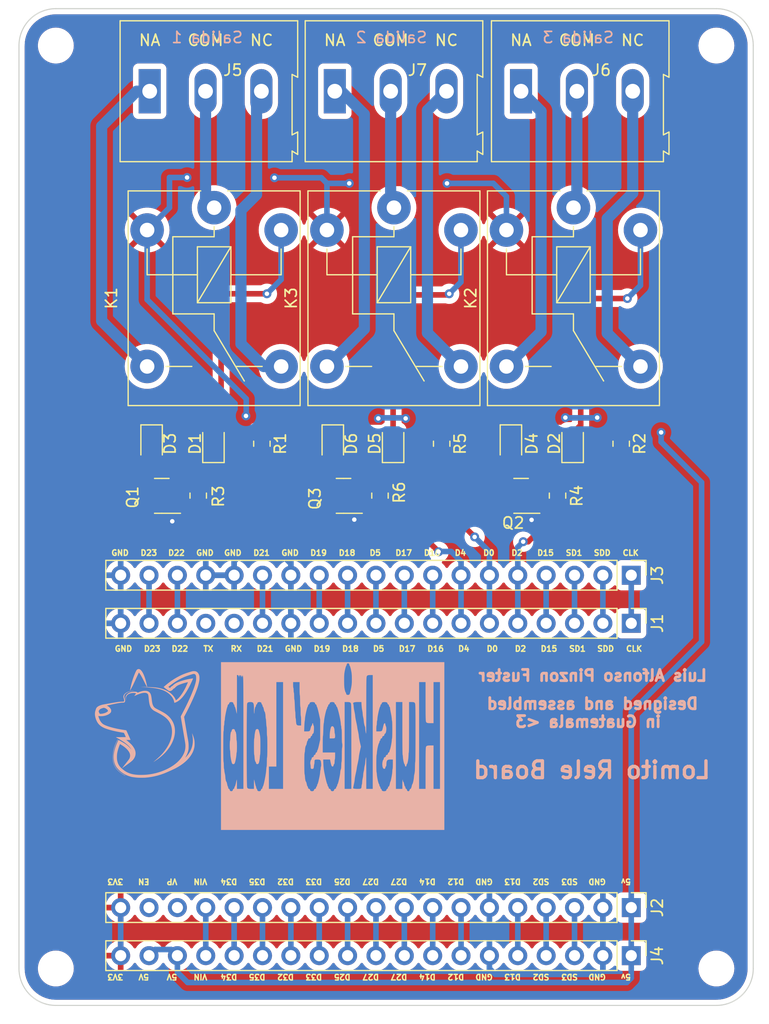
<source format=kicad_pcb>
(kicad_pcb (version 20211014) (generator pcbnew)
  (layers (0 "F.Cu" signal) (31 "B.Cu" power) (34 "B.Paste" user) (35 "F.Paste" user) (36 "B.SilkS" user "B.Silkscreen") (37 "F.SilkS" user "F.Silkscreen") (38 "B.Mask" user) (39 "F.Mask" user) (44 "Edge.Cuts" user))
  (net 0 "")
  (net 1 "+5V")
  (net 2 "Net-(D1-Pad2)")
  (net 3 "Net-(D2-Pad2)")
  (net 4 "Net-(D3-Pad2)")
  (net 5 "Net-(D4-Pad2)")
  (net 6 "Net-(D5-Pad2)")
  (net 7 "Net-(D6-Pad2)")
  (net 8 "/CLK")
  (net 9 "/SDD")
  (net 10 "/SD1")
  (net 11 "/D15")
  (net 12 "/D2")
  (net 13 "/D0")
  (net 14 "/D4")
  (net 15 "/D16")
  (net 16 "/D17")
  (net 17 "/D5")
  (net 18 "/D18")
  (net 19 "/D19")
  (net 20 "GND")
  (net 21 "/D21")
  (net 22 "/RX")
  (net 23 "/TX")
  (net 24 "/D22")
  (net 25 "/D23")
  (net 26 "/SD3")
  (net 27 "/SD2")
  (net 28 "/D13")
  (net 29 "/D12")
  (net 30 "/D14")
  (net 31 "/D27")
  (net 32 "/D26")
  (net 33 "/D25")
  (net 34 "/D33")
  (net 35 "/D32")
  (net 36 "/D35")
  (net 37 "/D34")
  (net 38 "/VIN")
  (net 39 "/VP")
  (net 40 "/EN")
  (net 41 "/NA")
  (net 42 "/COM")
  (net 43 "/NC")
  (net 44 "Net-(Q1-Pad2)")
  (net 45 "Net-(Q2-Pad2)")
  (net 46 "Net-(Q3-Pad2)")
  (net 47 "/NC2")
  (net 48 "/COM2")
  (net 49 "/NA2")
  (net 50 "/NC3")
  (net 51 "/COM3")
  (net 52 "/NA3")
  (net 53 "+3.3V")
  (footprint "TerminalBlock:TerminalBlock_Altech_AK300-3_P5.00mm" (layer "F.Cu") (at 122.205 64.085)
    (fp_text reference "J5" (at 7.445 -1.885) (layer "F.SilkS"))
    (fp_text value "Screw_Terminal_01x03" hide)
    (pad "1" thru_hole rect (at 0 0) (size 1.98 3.96) (drill 1.32) (layers *.Cu *.Mask) (net 41 "/NA"))
    (pad "2" thru_hole oval (at 5 0) (size 1.98 3.96) (drill 1.32) (layers *.Cu *.Mask) (net 42 "/COM"))
    (pad "3" thru_hole oval (at 10 0) (size 1.98 3.96) (drill 1.32) (layers *.Cu *.Mask) (net 43 "/NC"))
  )
  (footprint "Connector_PinHeader_2.54mm:PinHeader_1x19_P2.54mm_Vertical" (layer "F.Cu") (at 165.325 137.1 -90)
    (fp_text reference "J2" (at 0 -2.33 90) (layer "F.SilkS"))
    (fp_text value "Conn_01x19_Female" hide)
    (pad "1" thru_hole rect (at 0 0 270) (size 1.7 1.7) (drill 1) (layers *.Cu *.Mask) (net 1 "+5V"))
    (pad "2" thru_hole oval (at 0 2.54 270) (size 1.7 1.7) (drill 1) (layers *.Cu *.Mask) (net 20 "GND"))
    (pad "3" thru_hole oval (at 0 5.08 270) (size 1.7 1.7) (drill 1) (layers *.Cu *.Mask) (net 26 "/SD3"))
    (pad "4" thru_hole oval (at 0 7.62 270) (size 1.7 1.7) (drill 1) (layers *.Cu *.Mask) (net 27 "/SD2"))
    (pad "5" thru_hole oval (at 0 10.16 270) (size 1.7 1.7) (drill 1) (layers *.Cu *.Mask) (net 28 "/D13"))
    (pad "6" thru_hole oval (at 0 12.7 270) (size 1.7 1.7) (drill 1) (layers *.Cu *.Mask) (net 20 "GND"))
    (pad "7" thru_hole oval (at 0 15.24 270) (size 1.7 1.7) (drill 1) (layers *.Cu *.Mask) (net 29 "/D12"))
    (pad "8" thru_hole oval (at 0 17.78 270) (size 1.7 1.7) (drill 1) (layers *.Cu *.Mask) (net 30 "/D14"))
    (pad "9" thru_hole oval (at 0 20.32 270) (size 1.7 1.7) (drill 1) (layers *.Cu *.Mask) (net 31 "/D27"))
    (pad "10" thru_hole oval (at 0 22.86 270) (size 1.7 1.7) (drill 1) (layers *.Cu *.Mask) (net 32 "/D26"))
    (pad "11" thru_hole oval (at 0 25.4 270) (size 1.7 1.7) (drill 1) (layers *.Cu *.Mask) (net 33 "/D25"))
    (pad "12" thru_hole oval (at 0 27.94 270) (size 1.7 1.7) (drill 1) (layers *.Cu *.Mask) (net 34 "/D33"))
    (pad "13" thru_hole oval (at 0 30.48 270) (size 1.7 1.7) (drill 1) (layers *.Cu *.Mask) (net 35 "/D32"))
    (pad "14" thru_hole oval (at 0 33.02 270) (size 1.7 1.7) (drill 1) (layers *.Cu *.Mask) (net 36 "/D35"))
    (pad "15" thru_hole oval (at 0 35.56 270) (size 1.7 1.7) (drill 1) (layers *.Cu *.Mask) (net 37 "/D34"))
    (pad "16" thru_hole oval (at 0 38.1 270) (size 1.7 1.7) (drill 1) (layers *.Cu *.Mask) (net 38 "/VIN"))
    (pad "17" thru_hole oval (at 0 40.64 270) (size 1.7 1.7) (drill 1) (layers *.Cu *.Mask) (net 39 "/VP"))
    (pad "18" thru_hole oval (at 0 43.18 270) (size 1.7 1.7) (drill 1) (layers *.Cu *.Mask) (net 40 "/EN"))
    (pad "19" thru_hole oval (at 0 45.72 270) (size 1.7 1.7) (drill 1) (layers *.Cu *.Mask) (net 53 "+3.3V"))
  )
  (footprint "MountingHole:MountingHole_2.2mm_M2" (layer "F.Cu") (at 113.8 60)
    (fp_text reference "H1" hide)
    (fp_text value "MountingHole" hide)
    (pad "" np_thru_hole circle (at 0 0) (size 2.2 2.2) (drill 2.2) (layers *.Cu *.Mask))
  )
  (footprint "MountingHole:MountingHole_2.2mm_M2" (layer "F.Cu") (at 172.95 60)
    (fp_text reference "H2" hide)
    (fp_text value "MountingHole" hide)
    (pad "" np_thru_hole circle (at 0 0) (size 2.2 2.2) (drill 2.2) (layers *.Cu *.Mask))
  )
  (footprint "Resistor_SMD:R_0805_2012Metric" (layer "F.Cu") (at 164.425 95.6125 -90)
    (fp_text reference "R2" (at 0 -1.65 90) (layer "F.SilkS"))
    (fp_text value "330")
    (pad "1" smd roundrect (at -0.9125 0 270) (size 1.025 1.4) (layers "F.Cu" "F.Paste" "F.Mask") (roundrect_rratio 0.243902) (net 53 "+3.3V"))
    (pad "2" smd roundrect (at 0.9125 0 270) (size 1.025 1.4) (layers "F.Cu" "F.Paste" "F.Mask") (roundrect_rratio 0.243902) (net 5 "Net-(D4-Pad2)"))
  )
  (footprint "LED_SMD:LED_0805_2012Metric" (layer "F.Cu") (at 154.55 95.6125 -90)
    (fp_text reference "D4" (at 0 -1.875 90) (layer "F.SilkS"))
    (fp_text value "LED")
    (pad "1" smd roundrect (at -0.9375 0 270) (size 0.975 1.4) (layers "F.Cu" "F.Paste" "F.Mask") (net 3 "Net-(D2-Pad2)"))
    (pad "2" smd roundrect (at 0.9375 0 270) (size 0.975 1.4) (layers "F.Cu" "F.Paste" "F.Mask") (net 5 "Net-(D4-Pad2)"))
  )
  (footprint "Relay_THT:Relay_SPDT_Finder_36.11" (layer "F.Cu") (at 144.075 74.5 -90)
    (fp_text reference "K3" (at 8.1 9.2 90) (layer "F.SilkS"))
    (fp_text value "FINDER-36.11")
    (pad "11" thru_hole circle (at 0 0 270) (size 3 3) (drill 1.3) (layers *.Cu *.Mask) (net 51 "/COM3"))
    (pad "12" thru_hole circle (at 14.2 -6 270) (size 3 3) (drill 1.3) (layers *.Cu *.Mask) (net 50 "/NC3"))
    (pad "14" thru_hole circle (at 14.2 6 270) (size 3 3) (drill 1.3) (layers *.Cu *.Mask) (net 52 "/NA3"))
    (pad "A1" thru_hole circle (at 2 6 270) (size 3 3) (drill 1.3) (layers *.Cu *.Mask) (net 53 "+3.3V"))
    (pad "A2" thru_hole circle (at 2 -6 270) (size 3 3) (drill 1.3) (layers *.Cu *.Mask) (net 6 "Net-(D5-Pad2)"))
  )
  (footprint "Diode_SMD:D_0805_2012Metric" (layer "F.Cu") (at 160.075 95.6125 90)
    (fp_text reference "D2" (at 0 -1.65 90) (layer "F.SilkS"))
    (fp_text value "1N4001")
    (pad "1" smd roundrect (at -0.9375 0 90) (size 0.975 1.4) (layers "F.Cu" "F.Paste" "F.Mask") (net 53 "+3.3V"))
    (pad "2" smd roundrect (at 0.9375 0 90) (size 0.975 1.4) (layers "F.Cu" "F.Paste" "F.Mask") (net 3 "Net-(D2-Pad2)"))
  )
  (footprint "LED_SMD:LED_0805_2012Metric" (layer "F.Cu") (at 138.6 95.6125 -90)
    (fp_text reference "D6" (at 0 -1.65 90) (layer "F.SilkS"))
    (fp_text value "LED")
    (pad "1" smd roundrect (at -0.9375 0 270) (size 0.975 1.4) (layers "F.Cu" "F.Paste" "F.Mask") (net 6 "Net-(D5-Pad2)"))
    (pad "2" smd roundrect (at 0.9375 0 270) (size 0.975 1.4) (layers "F.Cu" "F.Paste" "F.Mask") (net 7 "Net-(D6-Pad2)"))
  )
  (footprint "Package_TO_SOT_SMD:SOT-23" (layer "F.Cu") (at 155.4625 100.275 180)
    (fp_text reference "Q2" (at 0.7125 -2.425) (layer "F.SilkS"))
    (fp_text value "2N3904")
    (pad "1" smd roundrect (at -0.9375 -0.95 180) (size 1.475 0.6) (layers "F.Cu" "F.Paste" "F.Mask") (net 20 "GND"))
    (pad "2" smd roundrect (at -0.9375 0.95 180) (size 1.475 0.6) (layers "F.Cu" "F.Paste" "F.Mask") (net 45 "Net-(Q2-Pad2)"))
    (pad "3" smd roundrect (at 0.9375 0 180) (size 1.475 0.6) (layers "F.Cu" "F.Paste" "F.Mask") (net 3 "Net-(D2-Pad2)"))
  )
  (footprint "Package_TO_SOT_SMD:SOT-23" (layer "F.Cu") (at 139.5625 100.275 180)
    (fp_text reference "Q3" (at 2.5625 -0.25 90) (layer "F.SilkS"))
    (fp_text value "2N3904")
    (pad "1" smd roundrect (at -0.9375 -0.95 180) (size 1.475 0.6) (layers "F.Cu" "F.Paste" "F.Mask") (net 20 "GND"))
    (pad "2" smd roundrect (at -0.9375 0.95 180) (size 1.475 0.6) (layers "F.Cu" "F.Paste" "F.Mask") (net 46 "Net-(Q3-Pad2)"))
    (pad "3" smd roundrect (at 0.9375 0 180) (size 1.475 0.6) (layers "F.Cu" "F.Paste" "F.Mask") (net 6 "Net-(D5-Pad2)"))
  )
  (footprint "Diode_SMD:D_0805_2012Metric" (layer "F.Cu") (at 144 95.6125 90)
    (fp_text reference "D5" (at 0 -1.65 90) (layer "F.SilkS"))
    (fp_text value "1N4001")
    (pad "1" smd roundrect (at -0.9375 0 90) (size 0.975 1.4) (layers "F.Cu" "F.Paste" "F.Mask") (net 53 "+3.3V"))
    (pad "2" smd roundrect (at 0.9375 0 90) (size 0.975 1.4) (layers "F.Cu" "F.Paste" "F.Mask") (net 6 "Net-(D5-Pad2)"))
  )
  (footprint "Resistor_SMD:R_0805_2012Metric" (layer "F.Cu") (at 148.35 95.6125 -90)
    (fp_text reference "R5" (at 0 -1.65 90) (layer "F.SilkS"))
    (fp_text value "330")
    (pad "1" smd roundrect (at -0.9125 0 270) (size 1.025 1.4) (layers "F.Cu" "F.Paste" "F.Mask") (roundrect_rratio 0.243902) (net 53 "+3.3V"))
    (pad "2" smd roundrect (at 0.9125 0 270) (size 1.025 1.4) (layers "F.Cu" "F.Paste" "F.Mask") (roundrect_rratio 0.243902) (net 7 "Net-(D6-Pad2)"))
  )
  (footprint "MountingHole:MountingHole_2.2mm_M2" (layer "F.Cu") (at 172.95 142.55)
    (fp_text reference "H4" hide)
    (fp_text value "MountingHole" hide)
    (pad "" np_thru_hole circle (at 0 0) (size 2.2 2.2) (drill 2.2) (layers *.Cu *.Mask))
  )
  (footprint "Relay_THT:Relay_SPDT_Finder_36.11" (layer "F.Cu") (at 127.975 74.5 -90)
    (fp_text reference "K1" (at 8.1 9.2 90) (layer "F.SilkS"))
    (fp_text value "FINDER-36.11")
    (pad "11" thru_hole circle (at 0 0 270) (size 3 3) (drill 1.3) (layers *.Cu *.Mask) (net 42 "/COM"))
    (pad "12" thru_hole circle (at 14.2 -6 270) (size 3 3) (drill 1.3) (layers *.Cu *.Mask) (net 43 "/NC"))
    (pad "14" thru_hole circle (at 14.2 6 270) (size 3 3) (drill 1.3) (layers *.Cu *.Mask) (net 41 "/NA"))
    (pad "A1" thru_hole circle (at 2 6 270) (size 3 3) (drill 1.3) (layers *.Cu *.Mask) (net 53 "+3.3V"))
    (pad "A2" thru_hole circle (at 2 -6 270) (size 3 3) (drill 1.3) (layers *.Cu *.Mask) (net 2 "Net-(D1-Pad2)"))
  )
  (footprint "Connector_PinHeader_2.54mm:PinHeader_1x19_P2.54mm_Vertical" (layer "F.Cu") (at 165.325 107.375 -90)
    (fp_text reference "J3" (at 0 -2.33 90) (layer "F.SilkS"))
    (fp_text value "Conn_01x19_Female" hide)
    (pad "1" thru_hole rect (at 0 0 270) (size 1.7 1.7) (drill 1) (layers *.Cu *.Mask) (net 8 "/CLK"))
    (pad "2" thru_hole oval (at 0 2.54 270) (size 1.7 1.7) (drill 1) (layers *.Cu *.Mask) (net 9 "/SDD"))
    (pad "3" thru_hole oval (at 0 5.08 270) (size 1.7 1.7) (drill 1) (layers *.Cu *.Mask) (net 10 "/SD1"))
    (pad "4" thru_hole oval (at 0 7.62 270) (size 1.7 1.7) (drill 1) (layers *.Cu *.Mask) (net 11 "/D15"))
    (pad "5" thru_hole oval (at 0 10.16 270) (size 1.7 1.7) (drill 1) (layers *.Cu *.Mask) (net 12 "/D2"))
    (pad "6" thru_hole oval (at 0 12.7 270) (size 1.7 1.7) (drill 1) (layers *.Cu *.Mask) (net 13 "/D0"))
    (pad "7" thru_hole oval (at 0 15.24 270) (size 1.7 1.7) (drill 1) (layers *.Cu *.Mask) (net 14 "/D4"))
    (pad "8" thru_hole oval (at 0 17.78 270) (size 1.7 1.7) (drill 1) (layers *.Cu *.Mask) (net 15 "/D16"))
    (pad "9" thru_hole oval (at 0 20.32 270) (size 1.7 1.7) (drill 1) (layers *.Cu *.Mask) (net 16 "/D17"))
    (pad "10" thru_hole oval (at 0 22.86 270) (size 1.7 1.7) (drill 1) (layers *.Cu *.Mask) (net 17 "/D5"))
    (pad "11" thru_hole oval (at 0 25.4 270) (size 1.7 1.7) (drill 1) (layers *.Cu *.Mask) (net 18 "/D18"))
    (pad "12" thru_hole oval (at 0 27.94 270) (size 1.7 1.7) (drill 1) (layers *.Cu *.Mask) (net 19 "/D19"))
    (pad "13" thru_hole oval (at 0 30.48 270) (size 1.7 1.7) (drill 1) (layers *.Cu *.Mask) (net 20 "GND"))
    (pad "14" thru_hole oval (at 0 33.02 270) (size 1.7 1.7) (drill 1) (layers *.Cu *.Mask) (net 21 "/D21"))
    (pad "15" thru_hole oval (at 0 35.56 270) (size 1.7 1.7) (drill 1) (layers *.Cu *.Mask) (net 20 "GND"))
    (pad "16" thru_hole oval (at 0 38.1 270) (size 1.7 1.7) (drill 1) (layers *.Cu *.Mask) (net 20 "GND"))
    (pad "17" thru_hole oval (at 0 40.64 270) (size 1.7 1.7) (drill 1) (layers *.Cu *.Mask) (net 24 "/D22"))
    (pad "18" thru_hole oval (at 0 43.18 270) (size 1.7 1.7) (drill 1) (layers *.Cu *.Mask) (net 25 "/D23"))
    (pad "19" thru_hole oval (at 0 45.72 270) (size 1.7 1.7) (drill 1) (layers *.Cu *.Mask) (net 20 "GND"))
  )
  (footprint "LED_SMD:LED_0805_2012Metric" (layer "F.Cu") (at 122.375 95.6125 -90)
    (fp_text reference "D3" (at 0 -1.65 90) (layer "F.SilkS"))
    (fp_text value "LED")
    (pad "1" smd roundrect (at -0.9375 0 270) (size 0.975 1.4) (layers "F.Cu" "F.Paste" "F.Mask") (net 2 "Net-(D1-Pad2)"))
    (pad "2" smd roundrect (at 0.9375 0 270) (size 0.975 1.4) (layers "F.Cu" "F.Paste" "F.Mask") (net 4 "Net-(D3-Pad2)"))
  )
  (footprint "Resistor_SMD:R_0805_2012Metric" (layer "F.Cu") (at 142.825 100.255 90)
    (fp_text reference "R6" (at 0.28 1.725 90) (layer "F.SilkS"))
    (fp_text value "1K")
    (pad "1" smd roundrect (at -0.9125 0 90) (size 1.025 1.4) (layers "F.Cu" "F.Paste" "F.Mask") (roundrect_rratio 0.243902) (net 13 "/D0"))
    (pad "2" smd roundrect (at 0.9125 0 90) (size 1.025 1.4) (layers "F.Cu" "F.Paste" "F.Mask") (roundrect_rratio 0.243902) (net 46 "Net-(Q3-Pad2)"))
  )
  (footprint "Resistor_SMD:R_0805_2012Metric" (layer "F.Cu") (at 158.725 100.255 90)
    (fp_text reference "R4" (at -0.02 1.725 90) (layer "F.SilkS"))
    (fp_text value "1K")
    (pad "1" smd roundrect (at -0.9125 0 90) (size 1.025 1.4) (layers "F.Cu" "F.Paste" "F.Mask") (roundrect_rratio 0.243902) (net 12 "/D2"))
    (pad "2" smd roundrect (at 0.9125 0 90) (size 1.025 1.4) (layers "F.Cu" "F.Paste" "F.Mask") (roundrect_rratio 0.243902) (net 45 "Net-(Q2-Pad2)"))
  )
  (footprint "LOGO" (layer "F.Cu") (at 138.6 122.6)
    (fp_text reference "G***" hide)
    (fp_text value "LOGO" hide)
  )
  (footprint "MountingHole:MountingHole_2.2mm_M2" (layer "F.Cu") (at 113.8 142.55)
    (fp_text reference "H3" hide)
    (fp_text value "MountingHole" hide)
    (pad "" np_thru_hole circle (at 0 0) (size 2.2 2.2) (drill 2.2) (layers *.Cu *.Mask))
  )
  (footprint "Diode_SMD:D_0805_2012Metric" (layer "F.Cu") (at 127.9125 95.6125 90)
    (fp_text reference "D1" (at 0 -1.65 90) (layer "F.SilkS"))
    (fp_text value "1N4001")
    (pad "1" smd roundrect (at -0.9375 0 90) (size 0.975 1.4) (layers "F.Cu" "F.Paste" "F.Mask") (net 53 "+3.3V"))
    (pad "2" smd roundrect (at 0.9375 0 90) (size 0.975 1.4) (layers "F.Cu" "F.Paste" "F.Mask") (net 2 "Net-(D1-Pad2)"))
  )
  (footprint "Relay_THT:Relay_SPDT_Finder_36.11" (layer "F.Cu") (at 160.15 74.5 -90)
    (fp_text reference "K2" (at 8.1 9.2 90) (layer "F.SilkS"))
    (fp_text value "FINDER-36.11")
    (pad "11" thru_hole circle (at 0 0 270) (size 3 3) (drill 1.3) (layers *.Cu *.Mask) (net 48 "/COM2"))
    (pad "12" thru_hole circle (at 14.2 -6 270) (size 3 3) (drill 1.3) (layers *.Cu *.Mask) (net 47 "/NC2"))
    (pad "14" thru_hole circle (at 14.2 6 270) (size 3 3) (drill 1.3) (layers *.Cu *.Mask) (net 49 "/NA2"))
    (pad "A1" thru_hole circle (at 2 6 270) (size 3 3) (drill 1.3) (layers *.Cu *.Mask) (net 53 "+3.3V"))
    (pad "A2" thru_hole circle (at 2 -6 270) (size 3 3) (drill 1.3) (layers *.Cu *.Mask) (net 3 "Net-(D2-Pad2)"))
  )
  (footprint "Package_TO_SOT_SMD:SOT-23" (layer "F.Cu") (at 123.2875 100.275 180)
    (fp_text reference "Q1" (at 2.6125 -0.125 90) (layer "F.SilkS"))
    (fp_text value "2N3904")
    (pad "1" smd roundrect (at -0.9375 -0.95 180) (size 1.475 0.6) (layers "F.Cu" "F.Paste" "F.Mask") (net 20 "GND"))
    (pad "2" smd roundrect (at -0.9375 0.95 180) (size 1.475 0.6) (layers "F.Cu" "F.Paste" "F.Mask") (net 44 "Net-(Q1-Pad2)"))
    (pad "3" smd roundrect (at 0.9375 0 180) (size 1.475 0.6) (layers "F.Cu" "F.Paste" "F.Mask") (net 2 "Net-(D1-Pad2)"))
  )
  (footprint "Connector_PinHeader_2.54mm:PinHeader_1x19_P2.54mm_Vertical" (layer "F.Cu") (at 165.325 141.4 -90)
    (fp_text reference "J4" (at 0 -2.33 90) (layer "F.SilkS"))
    (fp_text value "Conn_01x19_Female" hide)
    (pad "1" thru_hole rect (at 0 0 270) (size 1.7 1.7) (drill 1) (layers *.Cu *.Mask) (net 1 "+5V"))
    (pad "2" thru_hole oval (at 0 2.54 270) (size 1.7 1.7) (drill 1) (layers *.Cu *.Mask) (net 20 "GND"))
    (pad "3" thru_hole oval (at 0 5.08 270) (size 1.7 1.7) (drill 1) (layers *.Cu *.Mask) (net 26 "/SD3"))
    (pad "4" thru_hole oval (at 0 7.62 270) (size 1.7 1.7) (drill 1) (layers *.Cu *.Mask) (net 27 "/SD2"))
    (pad "5" thru_hole oval (at 0 10.16 270) (size 1.7 1.7) (drill 1) (layers *.Cu *.Mask) (net 28 "/D13"))
    (pad "6" thru_hole oval (at 0 12.7 270) (size 1.7 1.7) (drill 1) (layers *.Cu *.Mask) (net 20 "GND"))
    (pad "7" thru_hole oval (at 0 15.24 270) (size 1.7 1.7) (drill 1) (layers *.Cu *.Mask) (net 29 "/D12"))
    (pad "8" thru_hole oval (at 0 17.78 270) (size 1.7 1.7) (drill 1) (layers *.Cu *.Mask) (net 30 "/D14"))
    (pad "9" thru_hole oval (at 0 20.32 270) (size 1.7 1.7) (drill 1) (layers *.Cu *.Mask) (net 31 "/D27"))
    (pad "10" thru_hole oval (at 0 22.86 270) (size 1.7 1.7) (drill 1) (layers *.Cu *.Mask) (net 32 "/D26"))
    (pad "11" thru_hole oval (at 0 25.4 270) (size 1.7 1.7) (drill 1) (layers *.Cu *.Mask) (net 33 "/D25"))
    (pad "12" thru_hole oval (at 0 27.94 270) (size 1.7 1.7) (drill 1) (layers *.Cu *.Mask) (net 34 "/D33"))
    (pad "13" thru_hole oval (at 0 30.48 270) (size 1.7 1.7) (drill 1) (layers *.Cu *.Mask) (net 35 "/D32"))
    (pad "14" thru_hole oval (at 0 33.02 270) (size 1.7 1.7) (drill 1) (layers *.Cu *.Mask) (net 36 "/D35"))
    (pad "15" thru_hole oval (at 0 35.56 270) (size 1.7 1.7) (drill 1) (layers *.Cu *.Mask) (net 37 "/D34"))
    (pad "16" thru_hole oval (at 0 38.1 270) (size 1.7 1.7) (drill 1) (layers *.Cu *.Mask) (net 38 "/VIN"))
    (pad "17" thru_hole oval (at 0 40.64 270) (size 1.7 1.7) (drill 1) (layers *.Cu *.Mask) (net 1 "+5V"))
    (pad "18" thru_hole oval (at 0 43.18 270) (size 1.7 1.7) (drill 1) (layers *.Cu *.Mask) (net 1 "+5V"))
    (pad "19" thru_hole oval (at 0 45.72 270) (size 1.7 1.7) (drill 1) (layers *.Cu *.Mask) (net 53 "+3.3V"))
  )
  (footprint "LOGO" (layer "F.Cu") (at 122.175 120.625)
    (fp_text reference "G***" hide)
    (fp_text value "LOGO" hide)
  )
  (footprint "TerminalBlock:TerminalBlock_Altech_AK300-3_P5.00mm" (layer "F.Cu") (at 155.455 64.085)
    (fp_text reference "J6" (at 7.195 -1.885) (layer "F.SilkS"))
    (fp_text value "Screw_Terminal_01x03" hide)
    (pad "1" thru_hole rect (at 0 0) (size 1.98 3.96) (drill 1.32) (layers *.Cu *.Mask) (net 49 "/NA2"))
    (pad "2" thru_hole oval (at 5 0) (size 1.98 3.96) (drill 1.32) (layers *.Cu *.Mask) (net 48 "/COM2"))
    (pad "3" thru_hole oval (at 10 0) (size 1.98 3.96) (drill 1.32) (layers *.Cu *.Mask) (net 47 "/NC2"))
  )
  (footprint "Resistor_SMD:R_0805_2012Metric" (layer "F.Cu") (at 132.25 95.6125 -90)
    (fp_text reference "R1" (at 0 -1.65 90) (layer "F.SilkS"))
    (fp_text value "330")
    (pad "1" smd roundrect (at -0.9125 0 270) (size 1.025 1.4) (layers "F.Cu" "F.Paste" "F.Mask") (roundrect_rratio 0.243902) (net 53 "+3.3V"))
    (pad "2" smd roundrect (at 0.9125 0 270) (size 1.025 1.4) (layers "F.Cu" "F.Paste" "F.Mask") (roundrect_rratio 0.243902) (net 4 "Net-(D3-Pad2)"))
  )
  (footprint "Connector_PinHeader_2.54mm:PinHeader_1x19_P2.54mm_Vertical" (layer "F.Cu") (at 165.325 111.675 -90)
    (fp_text reference "J1" (at 0 -2.33 90) (layer "F.SilkS"))
    (fp_text value "Conn_01x19_Female" hide)
    (pad "1" thru_hole rect (at 0 0 270) (size 1.7 1.7) (drill 1) (layers *.Cu *.Mask) (net 8 "/CLK"))
    (pad "2" thru_hole oval (at 0 2.54 270) (size 1.7 1.7) (drill 1) (layers *.Cu *.Mask) (net 9 "/SDD"))
    (pad "3" thru_hole oval (at 0 5.08 270) (size 1.7 1.7) (drill 1) (layers *.Cu *.Mask) (net 10 "/SD1"))
    (pad "4" thru_hole oval (at 0 7.62 270) (size 1.7 1.7) (drill 1) (layers *.Cu *.Mask) (net 11 "/D15"))
    (pad "5" thru_hole oval (at 0 10.16 270) (size 1.7 1.7) (drill 1) (layers *.Cu *.Mask) (net 12 "/D2"))
    (pad "6" thru_hole oval (at 0 12.7 270) (size 1.7 1.7) (drill 1) (layers *.Cu *.Mask) (net 13 "/D0"))
    (pad "7" thru_hole oval (at 0 15.24 270) (size 1.7 1.7) (drill 1) (layers *.Cu *.Mask) (net 14 "/D4"))
    (pad "8" thru_hole oval (at 0 17.78 270) (size 1.7 1.7) (drill 1) (layers *.Cu *.Mask) (net 15 "/D16"))
    (pad "9" thru_hole oval (at 0 20.32 270) (size 1.7 1.7) (drill 1) (layers *.Cu *.Mask) (net 16 "/D17"))
    (pad "10" thru_hole oval (at 0 22.86 270) (size 1.7 1.7) (drill 1) (layers *.Cu *.Mask) (net 17 "/D5"))
    (pad "11" thru_hole oval (at 0 25.4 270) (size 1.7 1.7) (drill 1) (layers *.Cu *.Mask) (net 18 "/D18"))
    (pad "12" thru_hole oval (at 0 27.94 270) (size 1.7 1.7) (drill 1) (layers *.Cu *.Mask) (net 19 "/D19"))
    (pad "13" thru_hole oval (at 0 30.48 270) (size 1.7 1.7) (drill 1) (layers *.Cu *.Mask) (net 20 "GND"))
    (pad "14" thru_hole oval (at 0 33.02 270) (size 1.7 1.7) (drill 1) (layers *.Cu *.Mask) (net 21 "/D21"))
    (pad "15" thru_hole oval (at 0 35.56 270) (size 1.7 1.7) (drill 1) (layers *.Cu *.Mask) (net 22 "/RX"))
    (pad "16" thru_hole oval (at 0 38.1 270) (size 1.7 1.7) (drill 1) (layers *.Cu *.Mask) (net 23 "/TX"))
    (pad "17" thru_hole oval (at 0 40.64 270) (size 1.7 1.7) (drill 1) (layers *.Cu *.Mask) (net 24 "/D22"))
    (pad "18" thru_hole oval (at 0 43.18 270) (size 1.7 1.7) (drill 1) (layers *.Cu *.Mask) (net 25 "/D23"))
    (pad "19" thru_hole oval (at 0 45.72 270) (size 1.7 1.7) (drill 1) (layers *.Cu *.Mask) (net 20 "GND"))
  )
  (footprint "TerminalBlock:TerminalBlock_Altech_AK300-3_P5.00mm" (layer "F.Cu") (at 138.78 64.085)
    (fp_text reference "J7" (at 7.395 -1.885) (layer "F.SilkS"))
    (fp_text value "Screw_Terminal_01x03" hide)
    (pad "1" thru_hole rect (at 0 0) (size 1.98 3.96) (drill 1.32) (layers *.Cu *.Mask) (net 52 "/NA3"))
    (pad "2" thru_hole oval (at 5 0) (size 1.98 3.96) (drill 1.32) (layers *.Cu *.Mask) (net 51 "/COM3"))
    (pad "3" thru_hole oval (at 10 0) (size 1.98 3.96) (drill 1.32) (layers *.Cu *.Mask) (net 50 "/NC3"))
  )
  (footprint "Resistor_SMD:R_0805_2012Metric" (layer "F.Cu") (at 126.55 100.255 90)
    (fp_text reference "R3" (at -0.07 1.8 90) (layer "F.SilkS"))
    (fp_text value "1K")
    (pad "1" smd roundrect (at -0.9125 0 90) (size 1.025 1.4) (layers "F.Cu" "F.Paste" "F.Mask") (roundrect_rratio 0.243902) (net 14 "/D4"))
    (pad "2" smd roundrect (at 0.9125 0 90) (size 1.025 1.4) (layers "F.Cu" "F.Paste" "F.Mask") (roundrect_rratio 0.243902) (net 44 "Net-(Q1-Pad2)"))
  )
  (gr_line (start 176.25 60) (end 176.25 142.55) (layer "Edge.Cuts") (width 0.1))
  (gr_arc (start 113.8 145.85) (mid 111.466548 144.883452) (end 110.5 142.55) (layer "Edge.Cuts") (width 0.1))
  (gr_arc (start 176.25 142.55) (mid 175.283452 144.883452) (end 172.95 145.85) (layer "Edge.Cuts") (width 0.1))
  (gr_arc (start 172.95 56.7) (mid 175.283452 57.666548) (end 176.25 60) (layer "Edge.Cuts") (width 0.1))
  (gr_line (start 110.5 142.55) (end 110.5 60) (layer "Edge.Cuts") (width 0.1))
  (gr_line (start 113.8 56.7) (end 172.95 56.7) (layer "Edge.Cuts") (width 0.1))
  (gr_line (start 172.95 145.85) (end 113.8 145.85) (layer "Edge.Cuts") (width 0.1))
  (gr_arc (start 110.5 60) (mid 111.466548 57.666548) (end 113.8 56.7) (layer "Edge.Cuts") (width 0.1))
  (gr_text "Salida 3" (at 160.575 59.275) (layer "B.SilkS") (effects (font (size 1 1)) (justify mirror)))
  (gr_text "Salida 1" (at 127.35 59.275) (layer "B.SilkS") (effects (font (size 1 1)) (justify mirror)))
  (gr_text "Luis Alfonso Pinzon Fuster" (at 161.875 116.35) (layer "B.SilkS") (effects (font (size 1 1) (thickness 0.25)) (justify mirror)))
  (gr_text "Salida 2\n" (at 143.85 59.275) (layer "B.SilkS") (effects (font (size 1 1)) (justify mirror)))
  (gr_text "Designed and assembled\n in Guatemala <3" (at 161.85 119.675) (layer "B.SilkS") (effects (font (size 1 1) (thickness 0.25)) (justify mirror)))
  (gr_text "Lomito Rele Board" (at 161.8 124.8) (layer "B.SilkS") (effects (font (size 1.5 1.5) (thickness 0.3)) (justify mirror)))
  (gr_text "CLK\n" (at 165.58 113.95) (layer "F.SilkS") (effects (font (size 0.5 0.5) (thickness 0.125))))
  (gr_text "NA" (at 155.45 59.525) (layer "F.SilkS") (effects (font (size 1 1))))
  (gr_text "NA" (at 122.2 59.525) (layer "F.SilkS") (effects (font (size 1 1))))
  (gr_text "D18" (at 139.875 105.375) (layer "F.SilkS") (effects (font (size 0.5 0.5) (thickness 0.125))))
  (gr_text "GND" (at 119.55 105.375) (layer "F.SilkS") (effects (font (size 0.5 0.5) (thickness 0.125))))
  (gr_text "D12" (at 149.62 134.775 180) (layer "F.SilkS") (effects (font (size 0.5 0.5) (thickness 0.125))))
  (gr_text "GND\n	" (at 152.145 134.3725 180) (layer "F.SilkS") (effects (font (size 0.5 0.5) (thickness 0.125))))
  (gr_text "D35\n" (at 131.82 134.775 180) (layer "F.SilkS") (effects (font (size 0.5 0.5) (thickness 0.125))))
  (gr_text "D32" (at 134.37 134.775 180) (layer "F.SilkS") (effects (font (size 0.5 0.5) (thickness 0.125))))
  (gr_text "NC" (at 132.225 59.525) (layer "F.SilkS") (effects (font (size 1 1))))
  (gr_text "3V3" (at 119.12 134.775 180) (layer "F.SilkS") (effects (font (size 0.5 0.5) (thickness 0.125))))
  (gr_text "SD2\n" (at 157.245 143.3 180) (layer "F.SilkS") (effects (font (size 0.5 0.5) (thickness 0.125))))
  (gr_text "D19" (at 137.325 105.375) (layer "F.SilkS") (effects (font (size 0.5 0.5) (thickness 0.125))))
  (gr_text "D2" (at 155.1 105.375) (layer "F.SilkS") (effects (font (size 0.5 0.5) (thickness 0.125))))
  (gr_text "D13\n\n" (at 154.695 134.3725 180) (layer "F.SilkS") (effects (font (size 0.5 0.5) (thickness 0.125))))
  (gr_text "RX" (at 129.955 113.95) (layer "F.SilkS") (effects (font (size 0.5 0.5) (thickness 0.125))))
  (gr_text "COM" (at 160.45 59.525) (layer "F.SilkS") (effects (font (size 1 1))))
  (gr_text "SD3" (at 159.795 134.775 180) (layer "F.SilkS") (effects (font (size 0.5 0.5) (thickness 0.125))))
  (gr_text "SD1" (at 160.505 113.95) (layer "F.SilkS") (effects (font (size 0.5 0.5) (thickness 0.125))))
  (gr_text "D35\n" (at 131.82 143.3 180) (layer "F.SilkS") (effects (font (size 0.5 0.5) (thickness 0.125))))
  (gr_text "D17" (at 145.255 113.95) (layer "F.SilkS") (effects (font (size 0.5 0.5) (thickness 0.125))))
  (gr_text "D4" (at 150.33 113.95) (layer "F.SilkS") (effects (font (size 0.5 0.5) (thickness 0.125))))
  (gr_text "D27\n" (at 141.995 143.3 180) (layer "F.SilkS") (effects (font (size 0.5 0.5) (thickness 0.125))))
  (gr_text "SD2\n" (at 157.245 134.775 180) (layer "F.SilkS") (effects (font (size 0.5 0.5) (thickness 0.125))))
  (gr_text "D13\n\n" (at 154.695 142.8975 180) (layer "F.SilkS") (effects (font (size 0.5 0.5) (thickness 0.125))))
  (gr_text "D32" (at 134.37 143.3 180) (layer "F.SilkS") (effects (font (size 0.5 0.5) (thickness 0.125))))
  (gr_text "D27\n" (at 144.52 134.775 180) (layer "F.SilkS") (effects (font (size 0.5 0.5) (thickness 0.125))))
  (gr_text "NA" (at 138.775 59.525) (layer "F.SilkS") (effects (font (size 1 1))))
  (gr_text "5V\n" (at 121.67 143.3 180) (layer "F.SilkS") (effects (font (size 0.5 0.5) (thickness 0.125))))
  (gr_text "D22" (at 124.905 113.95) (layer "F.SilkS") (effects (font (size 0.5 0.5) (thickness 0.125))))
  (gr_text "D5" (at 142.705 113.95) (layer "F.SilkS") (effects (font (size 0.5 0.5) (thickness 0.125))))
  (gr_text "D21" (at 132.53 113.95) (layer "F.SilkS") (effects (font (size 0.5 0.5) (thickness 0.125))))
  (gr_text "D14\n" (at 147.07 143.3 180) (layer "F.SilkS") (effects (font (size 0.5 0.5) (thickness 0.125))))
  (gr_text "D16" (at 147.5 105.375) (layer "F.SilkS") (effects (font (size 0.5 0.5) (thickness 0.125))))
  (gr_text "GND" (at 119.855 113.95) (layer "F.SilkS") (effects (font (size 0.5 0.5) (thickness 0.125))))
  (gr_text "GND\n" (at 162.27 143.3 180) (layer "F.SilkS") (effects (font (size 0.5 0.5) (thickness 0.125))))
  (gr_text "EN" (at 121.67 134.775 180) (layer "F.SilkS") (effects (font (size 0.5 0.5) (thickness 0.125))))
  (gr_text "D25\n" (at 139.445 143.3 180) (layer "F.SilkS") (effects (font (size 0.5 0.5) (thickness 0.125))))
  (gr_text "D27\n" (at 141.995 134.775 180) (layer "F.SilkS") (effects (font (size 0.5 0.5) (thickness 0.125))))
  (gr_text "D33" (at 136.895 134.775 180) (layer "F.SilkS") (effects (font (size 0.5 0.5) (thickness 0.125))))
  (gr_text "SDD" (at 162.725 105.375) (layer "F.SilkS") (effects (font (size 0.5 0.5) (thickness 0.125))))
  (gr_text "COM" (at 127.2 59.525) (layer "F.SilkS") (effects (font (size 1 1))))
  (gr_text "VIN" (at 126.745 143.3 180) (layer "F.SilkS") (effects (font (size 0.5 0.5) (thickness 0.125))))
  (gr_text "D0\n" (at 152.88 113.95) (layer "F.SilkS") (effects (font (size 0.5 0.5) (thickness 0.125))))
  (gr_text "GND" (at 129.65 105.375) (layer "F.SilkS") (effects (font (size 0.5 0.5) (thickness 0.125))))
  (gr_text "D25\n" (at 139.445 134.775 180) (layer "F.SilkS") (effects (font (size 0.5 0.5) (thickness 0.125))))
  (gr_text "D15" (at 157.955 113.95) (layer "F.SilkS") (effects (font (size 0.5 0.5) (thickness 0.125))))
  (gr_text "TX" (at 127.455 113.95) (layer "F.SilkS") (effects (font (size 0.5 0.5) (thickness 0.125))))
  (gr_text "GND" (at 127.15 105.375) (layer "F.SilkS") (effects (font (size 0.5 0.5) (thickness 0.125))))
  (gr_text "D5" (at 142.4 105.375) (layer "F.SilkS") (effects (font (size 0.5 0.5) (thickness 0.125))))
  (gr_text "D4" (at 150.025 105.375) (layer "F.SilkS") (effects (font (size 0.5 0.5) (thickness 0.125))))
  (gr_text "D12" (at 149.62 143.3 180) (layer "F.SilkS") (effects (font (size 0.5 0.5) (thickness 0.125))))
  (gr_text "D18" (at 140.18 113.95) (layer "F.SilkS") (effects (font (size 0.5 0.5) (thickness 0.125))))
  (gr_text "SD3" (at 159.795 143.3 180) (layer "F.SilkS") (effects (font (size 0.5 0.5) (thickness 0.125))))
  (gr_text "D15" (at 157.65 105.375) (layer "F.SilkS") (effects (font (size 0.5 0.5) (thickness 0.125))))
  (gr_text "GND\n	" (at 152.145 142.8975 180) (layer "F.SilkS") (effects (font (size 0.5 0.5) (thickness 0.125))))
  (gr_text "D27\n" (at 144.52 143.3 180) (layer "F.SilkS") (effects (font (size 0.5 0.5) (thickness 0.125))))
  (gr_text "SDD" (at 163.03 113.95) (layer "F.SilkS") (effects (font (size 0.5 0.5) (thickness 0.125))))
  (gr_text "D0\n" (at 152.575 105.375) (layer "F.SilkS") (effects (font (size 0.5 0.5) (thickness 0.125))))
  (gr_text "D23" (at 122.43 113.95) (layer "F.SilkS") (effects (font (size 0.5 0.5) (thickness 0.125))))
  (gr_text "D17" (at 144.95 105.375) (layer "F.SilkS") (effects (font (size 0.5 0.5) (thickness 0.125))))
  (gr_text "3V3" (at 119.12 143.3 180) (layer "F.SilkS") (effects (font (size 0.5 0.5) (thickness 0.125))))
  (gr_text "D22" (at 124.6 105.375) (layer "F.SilkS") (effects (font (size 0.5 0.5) (thickness 0.125))))
  (gr_text "SD1" (at 160.2 105.375) (layer "F.SilkS") (effects (font (size 0.5 0.5) (thickness 0.125))))
  (gr_text "D21" (at 132.225 105.375) (layer "F.SilkS") (effects (font (size 0.5 0.5) (thickness 0.125))))
  (gr_text "VP" (at 124.195 134.775 180) (layer "F.SilkS") (effects (font (size 0.5 0.5) (thickness 0.125))))
  (gr_text "D33" (at 136.895 143.3 180) (layer "F.SilkS") (effects (font (size 0.5 0.5) (thickness 0.125))))
  (gr_text "NC" (at 165.45 59.525) (layer "F.SilkS") (effects (font (size 1 1))))
  (gr_text "CLK\n" (at 165.275 105.375) (layer "F.SilkS") (effects (font (size 0.5 0.5) (thickness 0.125))))
  (gr_text "D16" (at 147.805 113.95) (layer "F.SilkS") (effects (font (size 0.5 0.5) (thickness 0.125))))
  (gr_text "GND\n" (at 162.27 134.775 180) (layer "F.SilkS") (effects (font (size 0.5 0.5) (thickness 0.125))))
  (gr_text "5v\n" (at 164.845 143.3 180) (layer "F.SilkS") (effects (font (size 0.5 0.5) (thickness 0.125))))
  (gr_text "D14\n" (at 147.07 134.775 180) (layer "F.SilkS") (effects (font (size 0.5 0.5) (thickness 0.125))))
  (gr_text "D19" (at 137.63 113.95) (layer "F.SilkS") (effects (font (size 0.5 0.5) (thickness 0.125))))
  (gr_text "GND" (at 134.775 105.375) (layer "F.SilkS") (effects (font (size 0.5 0.5) (thickness 0.125))))
  (gr_text "NC" (at 148.775 59.525) (layer "F.SilkS") (effects (font (size 1 1))))
  (gr_text "D34\n" (at 129.295 143.3 180) (layer "F.SilkS") (effects (font (size 0.5 0.5) (thickness 0.125))))
  (gr_text "D34\n" (at 129.295 134.775 180) (layer "F.SilkS") (effects (font (size 0.5 0.5) (thickness 0.125))))
  (gr_text "5v\n" (at 164.845 134.775 180) (layer "F.SilkS") (effects (font (size 0.5 0.5) (thickness 0.125))))
  (gr_text "VIN" (at 126.745 134.775 180) (layer "F.SilkS") (effects (font (size 0.5 0.5) (thickness 0.125))))
  (gr_text "5V\n" (at 124.195 143.3 180) (layer "F.SilkS") (effects (font (size 0.5 0.5) (thickness 0.125))))
  (gr_text "D2" (at 155.405 113.95) (layer "F.SilkS") (effects (font (size 0.5 0.5) (thickness 0.125))))
  (gr_text "COM" (at 143.775 59.525) (layer "F.SilkS") (effects (font (size 1 1))))
  (gr_text "D23" (at 122.125 105.375) (layer "F.SilkS") (effects (font (size 0.5 0.5) (thickness 0.125))))
  (gr_text "GND" (at 135.08 113.95) (layer "F.SilkS") (effects (font (size 0.5 0.5) (thickness 0.125))))
  (segment (start 127.9125 93.2375) (end 128.6 92.55) (width 0.5) (layer "F.Cu") (net 2))
  (segment (start 122.35 100.275) (end 120.85 98.775) (width 0.5) (layer "F.Cu") (net 2))
  (segment (start 127.9125 94.675) (end 127.9125 93.2375) (width 0.5) (layer "F.Cu") (net 2))
  (segment (start 122.025 94.675) (end 122.375 94.675) (width 0.5) (layer "F.Cu") (net 2))
  (segment (start 128.6 92.55) (end 128.6 82.725) (width 0.5) (layer "F.Cu") (net 2))
  (segment (start 120.85 98.775) (end 120.85 95.85) (width 0.5) (layer "F.Cu") (net 2))
  (segment (start 128.6 82.725) (end 129.125 82.2) (width 0.5) (layer "F.Cu") (net 2))
  (segment (start 129.125 82.2) (end 132.7 82.2) (width 0.5) (layer "F.Cu") (net 2))
  (segment (start 120.85 95.85) (end 122.025 94.675) (width 0.5) (layer "F.Cu") (net 2))
  (segment (start 122.375 94.675) (end 127.9125 94.675) (width 0.5) (layer "F.Cu") (net 2))
  (via (at 132.7 82.2) (size 0.8) (drill 0.4) (layers "F.Cu" "B.Cu") (net 2))
  (segment (start 133.975 76.5) (end 133.975 80.925) (width 0.5) (layer "B.Cu") (net 2))
  (segment (start 133.975 80.925) (end 132.7 82.2) (width 0.5) (layer "B.Cu") (net 2))
  (segment (start 152.25 95.6) (end 153.175 94.675) (width 0.5) (layer "F.Cu") (net 3))
  (segment (start 160.8 83.2) (end 160.8 93.95) (width 0.5) (layer "F.Cu") (net 3))
  (segment (start 160.8 93.95) (end 160.075 94.675) (width 0.5) (layer "F.Cu") (net 3))
  (segment (start 152.25 98) (end 152.25 95.6) (width 0.5) (layer "F.Cu") (net 3))
  (segment (start 153.175 94.675) (end 154.55 94.675) (width 0.5) (layer "F.Cu") (net 3))
  (segment (start 161.375 82.625) (end 160.8 83.2) (width 0.5) (layer "F.Cu") (net 3))
  (segment (start 154.525 100.275) (end 152.25 98) (width 0.5) (layer "F.Cu") (net 3))
  (segment (start 154.55 94.675) (end 160.075 94.675) (width 0.5) (layer "F.Cu") (net 3))
  (segment (start 164.975 82.625) (end 161.375 82.625) (width 0.5) (layer "F.Cu") (net 3))
  (via (at 164.975 82.625) (size 0.8) (drill 0.4) (layers "F.Cu" "B.Cu") (net 3))
  (segment (start 166.15 76.5) (end 166.15 81.45) (width 0.5) (layer "B.Cu") (net 3))
  (segment (start 166.15 81.45) (end 164.975 82.625) (width 0.5) (layer "B.Cu") (net 3))
  (segment (start 122.375 96.55) (end 122.375 97.025) (width 0.5) (layer "F.Cu") (net 4))
  (segment (start 130.875 97.9) (end 132.25 96.525) (width 0.5) (layer "F.Cu") (net 4))
  (segment (start 123.25 97.9) (end 130.875 97.9) (width 0.5) (layer "F.Cu") (net 4))
  (segment (start 122.375 97.025) (end 123.25 97.9) (width 0.5) (layer "F.Cu") (net 4))
  (segment (start 162.625 98.325) (end 164.425 96.525) (width 0.5) (layer "F.Cu") (net 5))
  (segment (start 154.55 97.825) (end 155.05 98.325) (width 0.5) (layer "F.Cu") (net 5))
  (segment (start 154.55 96.55) (end 154.55 97.825) (width 0.5) (layer "F.Cu") (net 5))
  (segment (start 155.05 98.325) (end 162.625 98.325) (width 0.5) (layer "F.Cu") (net 5))
  (segment (start 144.8 82.3) (end 144 83.1) (width 0.5) (layer "F.Cu") (net 6))
  (segment (start 138.625 100.275) (end 136.3 97.95) (width 0.5) (layer "F.Cu") (net 6))
  (segment (start 149.025 82.2) (end 148.925 82.3) (width 0.5) (layer "F.Cu") (net 6))
  (segment (start 136.3 97.95) (end 136.3 95.625) (width 0.5) (layer "F.Cu") (net 6))
  (segment (start 137.25 94.675) (end 138.6 94.675) (width 0.5) (layer "F.Cu") (net 6))
  (segment (start 144 83.1) (end 144 94.675) (width 0.5) (layer "F.Cu") (net 6))
  (segment (start 148.925 82.3) (end 144.8 82.3) (width 0.5) (layer "F.Cu") (net 6))
  (segment (start 136.3 95.625) (end 137.25 94.675) (width 0.5) (layer "F.Cu") (net 6))
  (segment (start 138.6 94.675) (end 144 94.675) (width 0.5) (layer "F.Cu") (net 6))
  (via (at 149.025 82.2) (size 0.8) (drill 0.4) (layers "F.Cu" "B.Cu") (net 6))
  (segment (start 149.025 82.2) (end 150.075 81.15) (width 0.5) (layer "B.Cu") (net 6))
  (segment (start 150.075 81.15) (end 150.075 76.5) (width 0.5) (layer "B.Cu") (net 6))
  (segment (start 139.9 97.85) (end 148.15 97.85) (width 0.5) (layer "F.Cu") (net 7))
  (segment (start 148.35 97.65) (end 148.15 97.85) (width 0.5) (layer "F.Cu") (net 7))
  (segment (start 138.6 96.55) (end 139.9 97.85) (width 0.5) (layer "F.Cu") (net 7))
  (segment (start 148.35 96.525) (end 148.35 97.65) (width 0.5) (layer "F.Cu") (net 7))
  (segment (start 165.325 111.675) (end 165.325 107.375) (width 0.5) (layer "B.Cu") (net 8))
  (segment (start 162.785 111.675) (end 162.785 107.375) (width 0.5) (layer "B.Cu") (net 9))
  (segment (start 160.245 111.675) (end 160.245 107.375) (width 0.5) (layer "B.Cu") (net 10))
  (segment (start 157.705 111.675) (end 157.705 107.375) (width 0.5) (layer "B.Cu") (net 11))
  (segment (start 156.1 104.375) (end 158.725 101.75) (width 0.5) (layer "F.Cu") (net 12))
  (segment (start 158.725 101.75) (end 158.725 101.1675) (width 0.5) (layer "F.Cu") (net 12))
  (segment (start 155.65 104.375) (end 156.1 104.375) (width 0.5) (layer "F.Cu") (net 12))
  (via (at 155.65 104.375) (size 0.8) (drill 0.4) (layers "F.Cu" "B.Cu") (net 12))
  (segment (start 155.65 104.375) (end 155.165 104.86) (width 0.5) (layer "B.Cu") (net 12))
  (segment (start 155.165 107.375) (end 155.165 111.675) (width 0.5) (layer "B.Cu") (net 12))
  (segment (start 155.165 104.86) (end 155.165 107.375) (width 0.5) (layer "B.Cu") (net 12))
  (segment (start 148.5175 101.1675) (end 142.825 101.1675) (width 0.5) (layer "F.Cu") (net 13))
  (segment (start 151.3 103.95) (end 148.5175 101.1675) (width 0.5) (layer "F.Cu") (net 13))
  (via (at 151.3 103.95) (size 0.8) (drill 0.4) (layers "F.Cu" "B.Cu") (net 13))
  (segment (start 152.625 105.275) (end 151.3 103.95) (width 0.5) (layer "B.Cu") (net 13))
  (segment (start 152.625 107.375) (end 152.625 105.275) (width 0.5) (layer "B.Cu") (net 13))
  (segment (start 152.625 111.675) (end 152.625 107.375) (width 0.5) (layer "B.Cu") (net 13))
  (segment (start 146.15 103.35) (end 127.375 103.35) (width 0.5) (layer "F.Cu") (net 14))
  (segment (start 126.55 102.525) (end 126.55 101.1675) (width 0.5) (layer "F.Cu") (net 14))
  (segment (start 127.375 103.35) (end 126.55 102.525) (width 0.5) (layer "F.Cu") (net 14))
  (segment (start 148.075 105.275) (end 146.15 103.35) (width 0.5) (layer "F.Cu") (net 14))
  (via (at 148.075 105.275) (size 0.8) (drill 0.4) (layers "F.Cu" "B.Cu") (net 14))
  (segment (start 148.1 105.25) (end 148.075 105.275) (width 0.5) (layer "B.Cu") (net 14))
  (segment (start 149.2 105.25) (end 148.1 105.25) (width 0.5) (layer "B.Cu") (net 14))
  (segment (start 150.085 106.135) (end 149.2 105.25) (width 0.5) (layer "B.Cu") (net 14))
  (segment (start 150.085 107.375) (end 150.085 106.135) (width 0.5) (layer "B.Cu") (net 14))
  (segment (start 150.085 107.375) (end 150.085 111.675) (width 0.5) (layer "B.Cu") (net 14))
  (segment (start 147.545 111.675) (end 147.545 107.375) (width 0.5) (layer "B.Cu") (net 15))
  (segment (start 145.005 107.375) (end 145.005 111.675) (width 0.5) (layer "B.Cu") (net 16))
  (segment (start 142.465 111.675) (end 142.465 107.375) (width 0.5) (layer "B.Cu") (net 17))
  (segment (start 139.925 107.375) (end 139.925 111.675) (width 0.5) (layer "B.Cu") (net 18))
  (segment (start 137.385 111.675) (end 137.385 107.375) (width 0.5) (layer "B.Cu") (net 19))
  (segment (start 140.525 102.4) (end 140.5 102.375) (width 0.5) (layer "F.Cu") (net 20))
  (segment (start 124.225 102.55) (end 124.225 101.225) (width 0.5) (layer "F.Cu") (net 20))
  (segment (start 156.4 102.425) (end 156.4 101.225) (width 0.5) (layer "F.Cu") (net 20))
  (segment (start 140.5 102.375) (end 140.5 101.225) (width 0.5) (layer "F.Cu") (net 20))
  (via (at 124.225 102.55) (size 0.8) (drill 0.4) (layers "F.Cu" "B.Cu") (net 20))
  (via (at 156.4 102.425) (size 0.8) (drill 0.4) (layers "F.Cu" "B.Cu") (net 20))
  (via (at 140.525 102.4) (size 0.8) (drill 0.4) (layers "F.Cu" "B.Cu") (net 20))
  (segment (start 162.785 142.84) (end 162.55 143.075) (width 0.5) (layer "B.Cu") (net 20))
  (segment (start 127.225 107.375) (end 129.765 107.375) (width 0.5) (layer "B.Cu") (net 20))
  (segment (start 152.625 142.55) (end 152.625 141.4) (width 0.5) (layer "B.Cu") (net 20))
  (segment (start 162.785 141.4) (end 162.785 142.84) (width 0.5) (layer "B.Cu") (net 20))
  (segment (start 153.15 143.075) (end 152.625 142.55) (width 0.5) (layer "B.Cu") (net 20))
  (segment (start 131.9 105.5) (end 132.975 105.5) (width 0.5) (layer "B.Cu") (net 20))
  (segment (start 130.4 105.5) (end 131.9 105.5) (width 0.5) (layer "B.Cu") (net 20))
  (segment (start 162.55 143.075) (end 153.15 143.075) (width 0.5) (layer "B.Cu") (net 20))
  (segment (start 132.975 105.5) (end 134 105.5) (width 0.5) (layer "B.Cu") (net 20))
  (segment (start 152.625 137.1) (end 152.625 141.4) (width 0.5) (layer "B.Cu") (net 20))
  (segment (start 129.765 106.135) (end 130.4 105.5) (width 0.5) (layer "B.Cu") (net 20))
  (segment (start 134.845 107.375) (end 134.845 111.675) (width 0.5) (layer "B.Cu") (net 20))
  (segment (start 134.845 106.345) (end 134.845 107.375) (width 0.5) (layer "B.Cu") (net 20))
  (segment (start 162.785 137.1) (end 162.785 141.4) (width 0.5) (layer "B.Cu") (net 20))
  (segment (start 119.605 107.375) (end 119.605 111.675) (width 0.5) (layer "B.Cu") (net 20))
  (segment (start 134 105.5) (end 134.845 106.345) (width 0.5) (layer "B.Cu") (net 20))
  (segment (start 129.765 107.375) (end 129.765 106.135) (width 0.5) (layer "B.Cu") (net 20))
  (segment (start 132.305 111.675) (end 132.305 107.375) (width 0.5) (layer "B.Cu") (net 21))
  (segment (start 124.685 111.675) (end 124.685 107.375) (width 0.5) (layer "B.Cu") (net 24))
  (segment (start 122.145 107.375) (end 122.145 111.675) (width 0.5) (layer "B.Cu") (net 25))
  (segment (start 160.245 137.1) (end 160.245 141.4) (width 0.5) (layer "B.Cu") (net 26))
  (segment (start 157.705 137.1) (end 157.705 141.4) (width 0.5) (layer "B.Cu") (net 27))
  (segment (start 155.165 137.1) (end 155.165 141.4) (width 0.5) (layer "B.Cu") (net 28))
  (segment (start 150.085 137.1) (end 150.085 141.4) (width 0.5) (layer "B.Cu") (net 29))
  (segment (start 147.545 137.1) (end 147.545 141.4) (width 0.5) (layer "B.Cu") (net 30))
  (segment (start 145.005 137.1) (end 145.005 141.4) (width 0.5) (layer "B.Cu") (net 31))
  (segment (start 142.465 137.1) (end 142.465 141.4) (width 0.5) (layer "B.Cu") (net 32))
  (segment (start 139.925 137.1) (end 139.925 141.4) (width 0.5) (layer "B.Cu") (net 33))
  (segment (start 137.385 137.1) (end 137.385 141.4) (width 0.5) (layer "B.Cu") (net 34))
  (segment (start 134.845 137.1) (end 134.845 141.4) (width 0.5) (layer "B.Cu") (net 35))
  (segment (start 132.305 137.1) (end 132.305 141.4) (width 0.5) (layer "B.Cu") (net 36))
  (segment (start 129.765 137.1) (end 129.765 141.4) (width 0.5) (layer "B.Cu") (net 37))
  (segment (start 127.225 137.1) (end 127.225 141.4) (width 0.5) (layer "B.Cu") (net 38))
  (segment (start 122.205 64.085) (end 121.04 64.085) (width 1) (layer "B.Cu") (net 41))
  (segment (start 117.9 67.225) (end 117.9 84.625) (width 1) (layer "B.Cu") (net 41))
  (segment (start 117.9 84.625) (end 121.975 88.7) (width 1) (layer "B.Cu") (net 41))
  (segment (start 121.04 64.085) (end 117.9 67.225) (width 1) (layer "B.Cu") (net 41))
  (segment (start 127.205 73.73) (end 127.975 74.5) (width 1) (layer "B.Cu") (net 42))
  (segment (start 127.205 64.085) (end 127.205 73.73) (width 1) (layer "B.Cu") (net 42))
  (segment (start 130.375 74.725) (end 130.375 86.675) (width 1) (layer "B.Cu") (net 43))
  (segment (start 130.375 86.675) (end 132.4 88.7) (width 1) (layer "B.Cu") (net 43))
  (segment (start 132.4 88.7) (end 133.975 88.7) (width 1) (layer "B.Cu") (net 43))
  (segment (start 131.775 64.515) (end 131.775 73.325) (width 1) (layer "B.Cu") (net 43))
  (segment (start 132.205 64.085) (end 131.775 64.515) (width 1) (layer "B.Cu") (net 43))
  (segment (start 131.775 73.325) (end 130.375 74.725) (width 1) (layer "B.Cu") (net 43))
  (segment (start 124.225 99.325) (end 126.5325 99.325) (width 0.5) (layer "F.Cu") (net 44))
  (segment (start 126.5325 99.325) (end 126.55 99.3425) (width 0.5) (layer "F.Cu") (net 44))
  (segment (start 158.725 99.3425) (end 156.4175 99.3425) (width 0.5) (layer "F.Cu") (net 45))
  (segment (start 156.4175 99.3425) (end 156.4 99.325) (width 0.5) (layer "F.Cu") (net 45))
  (segment (start 140.5175 99.3425) (end 140.5 99.325) (width 0.5) (layer "F.Cu") (net 46))
  (segment (start 142.825 99.3425) (end 140.5175 99.3425) (width 0.5) (layer "F.Cu") (net 46))
  (segment (start 165.455 64.085) (end 165.455 73.195) (width 1) (layer "B.Cu") (net 47))
  (segment (start 165.455 73.195) (end 163.175 75.475) (width 1) (layer "B.Cu") (net 47))
  (segment (start 163.175 75.475) (end 163.175 85.725) (width 1) (layer "B.Cu") (net 47))
  (segment (start 163.175 85.725) (end 166.15 88.7) (width 1) (layer "B.Cu") (net 47))
  (segment (start 160.455 74.195) (end 160.15 74.5) (width 1) (layer "B.Cu") (net 48))
  (segment (start 160.455 64.085) (end 160.455 74.195) (width 1) (layer "B.Cu") (net 48))
  (segment (start 155.455 64.085) (end 157.25 65.88) (width 1) (layer "B.Cu") (net 49))
  (segment (start 157.25 85.6) (end 154.15 88.7) (width 1) (layer "B.Cu") (net 49))
  (segment (start 157.25 65.88) (end 157.25 85.6) (width 1) (layer "B.Cu") (net 49))
  (segment (start 147.075 65.79) (end 147.075 85.7) (width 1) (layer "B.Cu") (net 50))
  (segment (start 147.075 85.7) (end 150.075 88.7) (width 1) (layer "B.Cu") (net 50))
  (segment (start 148.78 64.085) (end 147.075 65.79) (width 1) (layer "B.Cu") (net 50))
  (segment (start 143.78 74.205) (end 144.075 74.5) (width 1) (layer "B.Cu") (net 51))
  (segment (start 143.78 64.085) (end 143.78 74.205) (width 1) (layer "B.Cu") (net 51))
  (segment (start 141.425 66.15) (end 141.425 85.35) (width 1) (layer "B.Cu") (net 52))
  (segment (start 138.78 64.085) (end 139.36 64.085) (width 1) (layer "B.Cu") (net 52))
  (segment (start 141.425 85.35) (end 138.075 88.7) (width 1) (layer "B.Cu") (net 52))
  (segment (start 139.36 64.085) (end 141.425 66.15) (width 1) (layer "B.Cu") (net 52))
  (segment (start 128.675 96.55) (end 130.525 94.7) (width 0.5) (layer "F.Cu") (net 53))
  (segment (start 133.65 93.3) (end 142.675 93.3) (width 0.5) (layer "F.Cu") (net 53))
  (segment (start 132.25 94.7) (end 133.65 93.3) (width 0.5) (layer "F.Cu") (net 53))
  (segment (start 146.7 94.7) (end 148.35 94.7) (width 0.5) (layer "F.Cu") (net 53))
  (segment (start 140.075 72.325) (end 148.825 72.325) (width 0.5) (layer "F.Cu") (net 53))
  (segment (start 146.675 93.7) (end 146.325 93.35) (width 0.5) (layer "F.Cu") (net 53))
  (segment (start 125.55 71.8) (end 133.35 71.8) (width 0.5) (layer "F.Cu") (net 53))
  (segment (start 167.9 94.7) (end 164.425 94.7) (width 0.5) (layer "F.Cu") (net 53))
  (segment (start 146.675 93.7) (end 146.675 94.675) (width 0.5) (layer "F.Cu") (net 53))
  (segment (start 149.75 93.3) (end 148.35 94.7) (width 0.5) (layer "F.Cu") (net 53))
  (segment (start 130.525 94.7) (end 130.95 94.7) (width 0.5) (layer "F.Cu") (net 53))
  (segment (start 127.9125 96.55) (end 128.675 96.55) (width 0.5) (layer "F.Cu") (net 53))
  (segment (start 168 94.6) (end 167.9 94.7) (width 0.5) (layer "F.Cu") (net 53))
  (segment (start 163.875 93.275) (end 164.425 93.825) (width 0.5) (layer "F.Cu") (net 53))
  (segment (start 144.85 96.55) (end 146.7 94.7) (width 0.5) (layer "F.Cu") (net 53))
  (segment (start 159.45 93.3) (end 149.75 93.3) (width 0.5) (layer "F.Cu") (net 53))
  (segment (start 162.275 93.275) (end 163.875 93.275) (width 0.5) (layer "F.Cu") (net 53))
  (segment (start 130.825 93.125) (end 130.825 94.575) (width 0.5) (layer "F.Cu") (net 53))
  (segment (start 130.825 94.575) (end 130.95 94.7) (width 0.5) (layer "F.Cu") (net 53))
  (segment (start 146.325 93.35) (end 145.125 93.35) (width 0.5) (layer "F.Cu") (net 53))
  (segment (start 146.675 94.675) (end 146.7 94.7) (width 0.5) (layer "F.Cu") (net 53))
  (segment (start 130.95 94.7) (end 132.25 94.7) (width 0.5) (layer "F.Cu") (net 53))
  (segment (start 160.9 96.55) (end 162.75 94.7) (width 0.5) (layer "F.Cu") (net 53))
  (segment (start 133.35 71.8) (end 133.375 71.825) (width 0.5) (layer "F.Cu") (net 53))
  (segment (start 160.075 96.55) (end 160.9 96.55) (width 0.5) (layer "F.Cu") (net 53))
  (segment (start 164.425 93.825) (end 164.425 94.7) (width 0.5) (layer "F.Cu") (net 53))
  (segment (start 144 96.55) (end 144.85 96.55) (width 0.5) (layer "F.Cu") (net 53))
  (segment (start 162.75 94.7) (end 164.425 94.7) (width 0.5) (layer "F.Cu") (net 53))
  (via (at 168 94.6) (size 0.8) (drill 0.4) (layers "F.Cu" "B.Cu") (net 53))
  (via (at 148.825 72.325) (size 0.8) (drill 0.4) (layers "F.Cu" "B.Cu") (net 53))
  (via (at 140.075 72.325) (size 0.8) (drill 0.4) (layers "F.Cu" "B.Cu") (net 53))
  (via (at 145.125 93.35) (size 0.8) (drill 0.4) (layers "F.Cu" "B.Cu") (net 53))
  (via (at 159.425 93.275) (size 0.8) (drill 0.4) (layers "F.Cu" "B.Cu") (net 53))
  (via (at 133.375 71.825) (size 0.8) (drill 0.4) (layers "F.Cu" "B.Cu") (net 53))
  (via (at 142.675 93.35) (size 0.8) (drill 0.4) (layers "F.Cu" "B.Cu") (net 53))
  (via (at 125.55 71.8) (size 0.8) (drill 0.4) (layers "F.Cu" "B.Cu") (net 53))
  (via (at 130.825 93.125) (size 0.8) (drill 0.4) (layers "F.Cu" "B.Cu") (net 53))
  (via (at 162.275 93.275) (size 0.8) (drill 0.4) (layers "F.Cu" "B.Cu") (net 53))
  (segment (start 171.625 113.325) (end 171.625 99.075) (width 0.5) (layer "B.Cu") (net 53))
  (segment (start 130.85 93.1) (end 130.825 93.125) (width 0.5) (layer "B.Cu") (net 53))
  (segment (start 122.145 141.4) (end 122.695 140.85) (width 0.5) (layer "B.Cu") (net 53))
  (segment (start 171.625 99.075) (end 168 95.45) (width 0.5) (layer "B.Cu") (net 53))
  (segment (start 137.575 71.825) (end 138.075 72.325) (width 0.5) (layer "B.Cu") (net 53))
  (segment (start 145.075 93.3) (end 145.125 93.35) (width 0.5) (layer "B.Cu") (net 53))
  (segment (start 164.925 143.8) (end 165.325 143.4) (width 0.5) (layer "B.Cu") (net 53))
  (segment (start 154.15 73.5) (end 154.15 76.5) (width 0.5) (layer "B.Cu") (net 53))
  (segment (start 165.325 137.1) (end 165.325 119.625) (width 0.5) (layer "B.Cu") (net 53))
  (segment (start 119.605 137.1) (end 119.605 141.4) (width 0.5) (layer "B.Cu") (net 53))
  (segment (start 121.975 82.725) (end 130.85 91.6) (width 0.5) (layer "B.Cu") (net 53))
  (segment (start 138.075 72.325) (end 140.075 72.325) (width 0.5) (layer "B.Cu") (net 53))
  (segment (start 124.685 141.4) (end 124.685 142.885) (width 0.5) (layer "B.Cu") (net 53))
  (segment (start 123.975 71.8) (end 125.55 71.8) (width 0.5) (layer "B.Cu") (net 53))
  (segment (start 138.075 72.325) (end 138.075 76.5) (width 0.5) (layer "B.Cu") (net 53))
  (segment (start 168 95.45) (end 168 94.6) (width 0.5) (layer "B.Cu") (net 53))
  (segment (start 124.685 142.885) (end 125.6 143.8) (width 0.5) (layer "B.Cu") (net 53))
  (segment (start 162.25 93.3) (end 162.275 93.275) (width 0.5) (layer "B.Cu") (net 53))
  (segment (start 123.975 74.5) (end 123.975 71.8) (width 0.5) (layer "B.Cu") (net 53))
  (segment (start 165.325 119.625) (end 171.625 113.325) (width 0.5) (layer "B.Cu") (net 53))
  (segment (start 159.425 93.3) (end 162.25 93.3) (width 0.5) (layer "B.Cu") (net 53))
  (segment (start 148.825 72.325) (end 152.975 72.325) (width 0.5) (layer "B.Cu") (net 53))
  (segment (start 142.675 93.3) (end 145.075 93.3) (width 0.5) (layer "B.Cu") (net 53))
  (segment (start 121.975 76.5) (end 123.975 74.5) (width 0.5) (layer "B.Cu") (net 53))
  (segment (start 125.6 143.8) (end 164.925 143.8) (width 0.5) (layer "B.Cu") (net 53))
  (segment (start 122.695 140.85) (end 124.135 140.85) (width 0.5) (layer "B.Cu") (net 53))
  (segment (start 133.375 71.825) (end 137.575 71.825) (width 0.5) (layer "B.Cu") (net 53))
  (segment (start 124.135 140.85) (end 124.685 141.4) (width 0.5) (layer "B.Cu") (net 53))
  (segment (start 165.325 143.4) (end 165.325 141.4) (width 0.5) (layer "B.Cu") (net 53))
  (segment (start 165.325 137.1) (end 165.325 141.4) (width 0.5) (layer "B.Cu") (net 53))
  (segment (start 130.85 91.6) (end 130.85 93.1) (width 0.5) (layer "B.Cu") (net 53))
  (segment (start 152.975 72.325) (end 154.15 73.5) (width 0.5) (layer "B.Cu") (net 53))
  (segment (start 121.975 76.5) (end 121.975 82.725) (width 0.5) (layer "B.Cu") (net 53))
  (zone (net 53) (net_name "+3.3V") (layer "F.Cu") (connect_pads (clearance 0.508)) (min_thickness 0.254) (fill yes (thermal_gap 0.508) (thermal_bridge_width 0.508))
    (polygon (pts (xy 177.675 147.525) (xy 108.8 147.525) (xy 108.8 55.925) (xy 177.675 55.925)))
  )
  (zone (net 20) (net_name "GND") (layer "B.Cu") (connect_pads (clearance 0.508)) (min_thickness 0.254) (fill yes (thermal_gap 0.508) (thermal_bridge_width 0.508))
    (polygon (pts (xy 177.375 146.775) (xy 109.325 146.775) (xy 109.325 56.3) (xy 177.375 56.3)))
  )
)
</source>
